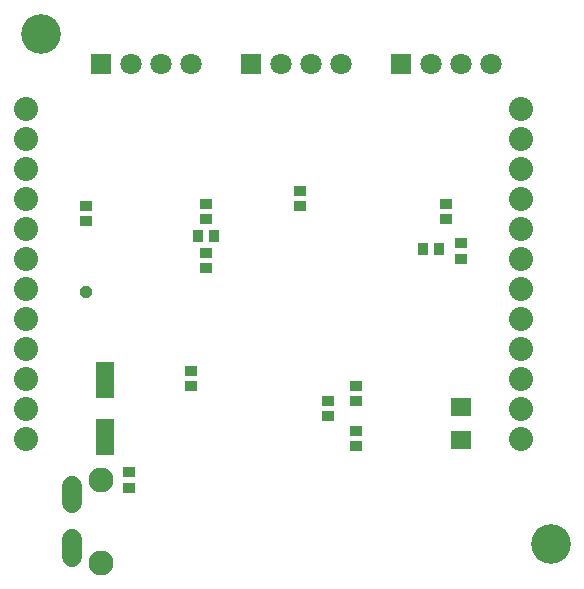
<source format=gbs>
G75*
%MOIN*%
%OFA0B0*%
%FSLAX24Y24*%
%IPPOS*%
%LPD*%
%AMOC8*
5,1,8,0,0,1.08239X$1,22.5*
%
%ADD10C,0.1320*%
%ADD11R,0.0414X0.0336*%
%ADD12R,0.0710X0.0710*%
%ADD13C,0.0710*%
%ADD14R,0.0336X0.0414*%
%ADD15C,0.0800*%
%ADD16R,0.0611X0.1241*%
%ADD17R,0.0690X0.0611*%
%ADD18C,0.0651*%
%ADD19C,0.0828*%
%ADD20OC8,0.0400*%
D10*
X003760Y018500D03*
X020760Y001500D03*
D11*
X014260Y004744D03*
X014260Y005256D03*
X014260Y006244D03*
X014260Y006756D03*
X013323Y006256D03*
X013323Y005744D03*
X008760Y006744D03*
X008760Y007256D03*
X009260Y010682D03*
X009260Y011193D03*
X009260Y012307D03*
X009260Y012818D03*
X012385Y012744D03*
X012385Y013256D03*
X017260Y012818D03*
X017260Y012307D03*
X017760Y011506D03*
X017760Y010994D03*
X006698Y003881D03*
X006698Y003369D03*
X005260Y012244D03*
X005260Y012756D03*
D12*
X005760Y017500D03*
X010760Y017500D03*
X015760Y017500D03*
D13*
X016760Y017500D03*
X017760Y017500D03*
X018760Y017500D03*
X013760Y017500D03*
X012760Y017500D03*
X011760Y017500D03*
X008760Y017500D03*
X007760Y017500D03*
X006760Y017500D03*
D14*
X009004Y011750D03*
X009516Y011750D03*
X016504Y011313D03*
X017016Y011313D03*
D15*
X019760Y011000D03*
X019760Y012000D03*
X019760Y013000D03*
X019760Y014000D03*
X019760Y015000D03*
X019760Y016000D03*
X019760Y010000D03*
X019760Y009000D03*
X019760Y008000D03*
X019760Y007000D03*
X019760Y006000D03*
X019760Y005000D03*
X003260Y005000D03*
X003260Y006000D03*
X003260Y007000D03*
X003260Y008000D03*
X003260Y009000D03*
X003260Y010000D03*
X003260Y011000D03*
X003260Y012000D03*
X003260Y013000D03*
X003260Y014000D03*
X003260Y015000D03*
X003260Y016000D03*
D16*
X005885Y006945D03*
X005885Y005055D03*
D17*
X017760Y004949D03*
X017760Y006051D03*
D18*
X004790Y001659D02*
X004790Y001069D01*
X004790Y002841D02*
X004790Y003431D01*
D19*
X005771Y003630D03*
X005771Y000870D03*
D20*
X005260Y009875D03*
M02*

</source>
